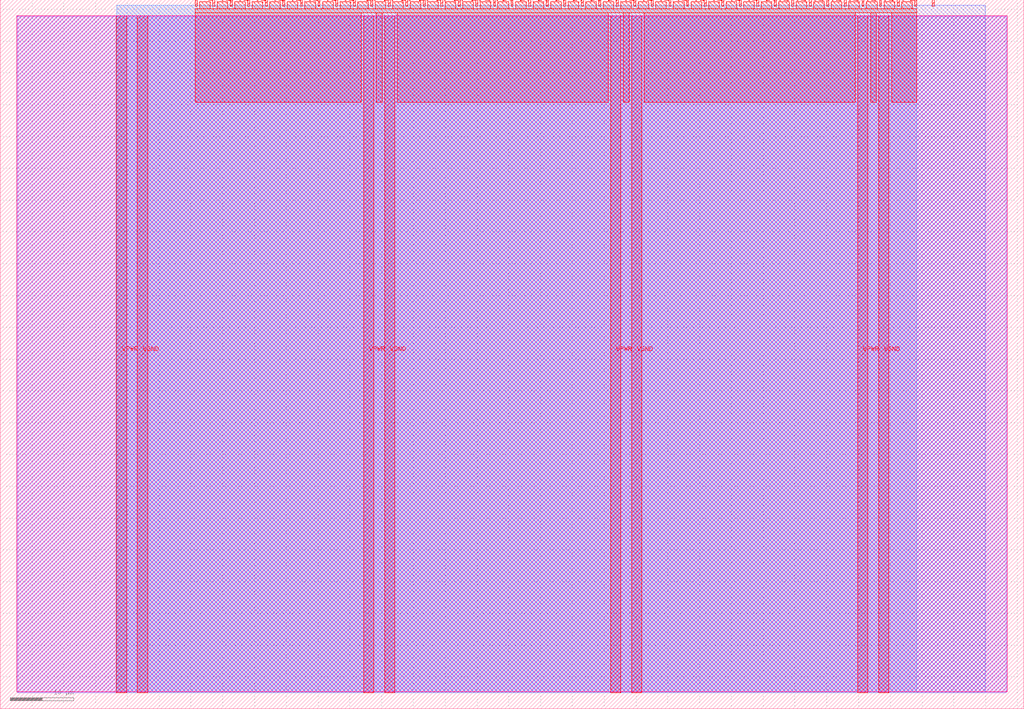
<source format=lef>
VERSION 5.7 ;
  NOWIREEXTENSIONATPIN ON ;
  DIVIDERCHAR "/" ;
  BUSBITCHARS "[]" ;
MACRO tt_um_lsnn_hschweig
  CLASS BLOCK ;
  FOREIGN tt_um_lsnn_hschweig ;
  ORIGIN 0.000 0.000 ;
  SIZE 161.000 BY 111.520 ;
  PIN VGND
    DIRECTION INOUT ;
    USE GROUND ;
    PORT
      LAYER met4 ;
        RECT 21.580 2.480 23.180 109.040 ;
    END
    PORT
      LAYER met4 ;
        RECT 60.450 2.480 62.050 109.040 ;
    END
    PORT
      LAYER met4 ;
        RECT 99.320 2.480 100.920 109.040 ;
    END
    PORT
      LAYER met4 ;
        RECT 138.190 2.480 139.790 109.040 ;
    END
  END VGND
  PIN VPWR
    DIRECTION INOUT ;
    USE POWER ;
    PORT
      LAYER met4 ;
        RECT 18.280 2.480 19.880 109.040 ;
    END
    PORT
      LAYER met4 ;
        RECT 57.150 2.480 58.750 109.040 ;
    END
    PORT
      LAYER met4 ;
        RECT 96.020 2.480 97.620 109.040 ;
    END
    PORT
      LAYER met4 ;
        RECT 134.890 2.480 136.490 109.040 ;
    END
  END VPWR
  PIN clk
    DIRECTION INPUT ;
    USE SIGNAL ;
    ANTENNAGATEAREA 0.852000 ;
    PORT
      LAYER met4 ;
        RECT 143.830 110.520 144.130 111.520 ;
    END
  END clk
  PIN ena
    DIRECTION INPUT ;
    USE SIGNAL ;
    PORT
      LAYER met4 ;
        RECT 146.590 110.520 146.890 111.520 ;
    END
  END ena
  PIN rst_n
    DIRECTION INPUT ;
    USE SIGNAL ;
    ANTENNAGATEAREA 0.196500 ;
    PORT
      LAYER met4 ;
        RECT 141.070 110.520 141.370 111.520 ;
    END
  END rst_n
  PIN ui_in[0]
    DIRECTION INPUT ;
    USE SIGNAL ;
    ANTENNAGATEAREA 0.196500 ;
    PORT
      LAYER met4 ;
        RECT 138.310 110.520 138.610 111.520 ;
    END
  END ui_in[0]
  PIN ui_in[1]
    DIRECTION INPUT ;
    USE SIGNAL ;
    ANTENNAGATEAREA 0.196500 ;
    PORT
      LAYER met4 ;
        RECT 135.550 110.520 135.850 111.520 ;
    END
  END ui_in[1]
  PIN ui_in[2]
    DIRECTION INPUT ;
    USE SIGNAL ;
    ANTENNAGATEAREA 0.196500 ;
    PORT
      LAYER met4 ;
        RECT 132.790 110.520 133.090 111.520 ;
    END
  END ui_in[2]
  PIN ui_in[3]
    DIRECTION INPUT ;
    USE SIGNAL ;
    ANTENNAGATEAREA 0.196500 ;
    PORT
      LAYER met4 ;
        RECT 130.030 110.520 130.330 111.520 ;
    END
  END ui_in[3]
  PIN ui_in[4]
    DIRECTION INPUT ;
    USE SIGNAL ;
    ANTENNAGATEAREA 0.196500 ;
    PORT
      LAYER met4 ;
        RECT 127.270 110.520 127.570 111.520 ;
    END
  END ui_in[4]
  PIN ui_in[5]
    DIRECTION INPUT ;
    USE SIGNAL ;
    ANTENNAGATEAREA 0.196500 ;
    PORT
      LAYER met4 ;
        RECT 124.510 110.520 124.810 111.520 ;
    END
  END ui_in[5]
  PIN ui_in[6]
    DIRECTION INPUT ;
    USE SIGNAL ;
    ANTENNAGATEAREA 0.196500 ;
    PORT
      LAYER met4 ;
        RECT 121.750 110.520 122.050 111.520 ;
    END
  END ui_in[6]
  PIN ui_in[7]
    DIRECTION INPUT ;
    USE SIGNAL ;
    ANTENNAGATEAREA 0.196500 ;
    PORT
      LAYER met4 ;
        RECT 118.990 110.520 119.290 111.520 ;
    END
  END ui_in[7]
  PIN uio_in[0]
    DIRECTION INPUT ;
    USE SIGNAL ;
    ANTENNAGATEAREA 0.196500 ;
    PORT
      LAYER met4 ;
        RECT 116.230 110.520 116.530 111.520 ;
    END
  END uio_in[0]
  PIN uio_in[1]
    DIRECTION INPUT ;
    USE SIGNAL ;
    PORT
      LAYER met4 ;
        RECT 113.470 110.520 113.770 111.520 ;
    END
  END uio_in[1]
  PIN uio_in[2]
    DIRECTION INPUT ;
    USE SIGNAL ;
    PORT
      LAYER met4 ;
        RECT 110.710 110.520 111.010 111.520 ;
    END
  END uio_in[2]
  PIN uio_in[3]
    DIRECTION INPUT ;
    USE SIGNAL ;
    PORT
      LAYER met4 ;
        RECT 107.950 110.520 108.250 111.520 ;
    END
  END uio_in[3]
  PIN uio_in[4]
    DIRECTION INPUT ;
    USE SIGNAL ;
    PORT
      LAYER met4 ;
        RECT 105.190 110.520 105.490 111.520 ;
    END
  END uio_in[4]
  PIN uio_in[5]
    DIRECTION INPUT ;
    USE SIGNAL ;
    PORT
      LAYER met4 ;
        RECT 102.430 110.520 102.730 111.520 ;
    END
  END uio_in[5]
  PIN uio_in[6]
    DIRECTION INPUT ;
    USE SIGNAL ;
    PORT
      LAYER met4 ;
        RECT 99.670 110.520 99.970 111.520 ;
    END
  END uio_in[6]
  PIN uio_in[7]
    DIRECTION INPUT ;
    USE SIGNAL ;
    PORT
      LAYER met4 ;
        RECT 96.910 110.520 97.210 111.520 ;
    END
  END uio_in[7]
  PIN uio_oe[0]
    DIRECTION OUTPUT ;
    USE SIGNAL ;
    PORT
      LAYER met4 ;
        RECT 49.990 110.520 50.290 111.520 ;
    END
  END uio_oe[0]
  PIN uio_oe[1]
    DIRECTION OUTPUT ;
    USE SIGNAL ;
    PORT
      LAYER met4 ;
        RECT 47.230 110.520 47.530 111.520 ;
    END
  END uio_oe[1]
  PIN uio_oe[2]
    DIRECTION OUTPUT ;
    USE SIGNAL ;
    PORT
      LAYER met4 ;
        RECT 44.470 110.520 44.770 111.520 ;
    END
  END uio_oe[2]
  PIN uio_oe[3]
    DIRECTION OUTPUT ;
    USE SIGNAL ;
    PORT
      LAYER met4 ;
        RECT 41.710 110.520 42.010 111.520 ;
    END
  END uio_oe[3]
  PIN uio_oe[4]
    DIRECTION OUTPUT ;
    USE SIGNAL ;
    PORT
      LAYER met4 ;
        RECT 38.950 110.520 39.250 111.520 ;
    END
  END uio_oe[4]
  PIN uio_oe[5]
    DIRECTION OUTPUT ;
    USE SIGNAL ;
    PORT
      LAYER met4 ;
        RECT 36.190 110.520 36.490 111.520 ;
    END
  END uio_oe[5]
  PIN uio_oe[6]
    DIRECTION OUTPUT ;
    USE SIGNAL ;
    PORT
      LAYER met4 ;
        RECT 33.430 110.520 33.730 111.520 ;
    END
  END uio_oe[6]
  PIN uio_oe[7]
    DIRECTION OUTPUT ;
    USE SIGNAL ;
    PORT
      LAYER met4 ;
        RECT 30.670 110.520 30.970 111.520 ;
    END
  END uio_oe[7]
  PIN uio_out[0]
    DIRECTION OUTPUT ;
    USE SIGNAL ;
    ANTENNADIFFAREA 0.445500 ;
    PORT
      LAYER met4 ;
        RECT 72.070 110.520 72.370 111.520 ;
    END
  END uio_out[0]
  PIN uio_out[1]
    DIRECTION OUTPUT ;
    USE SIGNAL ;
    ANTENNAGATEAREA 0.868500 ;
    ANTENNADIFFAREA 0.891000 ;
    PORT
      LAYER met4 ;
        RECT 69.310 110.520 69.610 111.520 ;
    END
  END uio_out[1]
  PIN uio_out[2]
    DIRECTION OUTPUT ;
    USE SIGNAL ;
    ANTENNAGATEAREA 0.373500 ;
    ANTENNADIFFAREA 0.891000 ;
    PORT
      LAYER met4 ;
        RECT 66.550 110.520 66.850 111.520 ;
    END
  END uio_out[2]
  PIN uio_out[3]
    DIRECTION OUTPUT ;
    USE SIGNAL ;
    ANTENNAGATEAREA 0.868500 ;
    ANTENNADIFFAREA 0.891000 ;
    PORT
      LAYER met4 ;
        RECT 63.790 110.520 64.090 111.520 ;
    END
  END uio_out[3]
  PIN uio_out[4]
    DIRECTION OUTPUT ;
    USE SIGNAL ;
    ANTENNAGATEAREA 0.373500 ;
    ANTENNADIFFAREA 0.891000 ;
    PORT
      LAYER met4 ;
        RECT 61.030 110.520 61.330 111.520 ;
    END
  END uio_out[4]
  PIN uio_out[5]
    DIRECTION OUTPUT ;
    USE SIGNAL ;
    ANTENNAGATEAREA 0.373500 ;
    ANTENNADIFFAREA 0.891000 ;
    PORT
      LAYER met4 ;
        RECT 58.270 110.520 58.570 111.520 ;
    END
  END uio_out[5]
  PIN uio_out[6]
    DIRECTION OUTPUT ;
    USE SIGNAL ;
    ANTENNAGATEAREA 0.373500 ;
    ANTENNADIFFAREA 0.891000 ;
    PORT
      LAYER met4 ;
        RECT 55.510 110.520 55.810 111.520 ;
    END
  END uio_out[6]
  PIN uio_out[7]
    DIRECTION OUTPUT ;
    USE SIGNAL ;
    ANTENNAGATEAREA 0.495000 ;
    ANTENNADIFFAREA 0.891000 ;
    PORT
      LAYER met4 ;
        RECT 52.750 110.520 53.050 111.520 ;
    END
  END uio_out[7]
  PIN uo_out[0]
    DIRECTION OUTPUT ;
    USE SIGNAL ;
    ANTENNADIFFAREA 0.795200 ;
    PORT
      LAYER met4 ;
        RECT 94.150 110.520 94.450 111.520 ;
    END
  END uo_out[0]
  PIN uo_out[1]
    DIRECTION OUTPUT ;
    USE SIGNAL ;
    ANTENNADIFFAREA 0.445500 ;
    PORT
      LAYER met4 ;
        RECT 91.390 110.520 91.690 111.520 ;
    END
  END uo_out[1]
  PIN uo_out[2]
    DIRECTION OUTPUT ;
    USE SIGNAL ;
    ANTENNADIFFAREA 0.445500 ;
    PORT
      LAYER met4 ;
        RECT 88.630 110.520 88.930 111.520 ;
    END
  END uo_out[2]
  PIN uo_out[3]
    DIRECTION OUTPUT ;
    USE SIGNAL ;
    ANTENNADIFFAREA 0.445500 ;
    PORT
      LAYER met4 ;
        RECT 85.870 110.520 86.170 111.520 ;
    END
  END uo_out[3]
  PIN uo_out[4]
    DIRECTION OUTPUT ;
    USE SIGNAL ;
    ANTENNADIFFAREA 0.445500 ;
    PORT
      LAYER met4 ;
        RECT 83.110 110.520 83.410 111.520 ;
    END
  END uo_out[4]
  PIN uo_out[5]
    DIRECTION OUTPUT ;
    USE SIGNAL ;
    ANTENNADIFFAREA 0.445500 ;
    PORT
      LAYER met4 ;
        RECT 80.350 110.520 80.650 111.520 ;
    END
  END uo_out[5]
  PIN uo_out[6]
    DIRECTION OUTPUT ;
    USE SIGNAL ;
    ANTENNADIFFAREA 0.445500 ;
    PORT
      LAYER met4 ;
        RECT 77.590 110.520 77.890 111.520 ;
    END
  END uo_out[6]
  PIN uo_out[7]
    DIRECTION OUTPUT ;
    USE SIGNAL ;
    ANTENNAGATEAREA 2.227500 ;
    ANTENNADIFFAREA 1.590400 ;
    PORT
      LAYER met4 ;
        RECT 74.830 110.520 75.130 111.520 ;
    END
  END uo_out[7]
  OBS
      LAYER nwell ;
        RECT 2.570 2.635 158.430 108.990 ;
      LAYER li1 ;
        RECT 2.760 2.635 158.240 108.885 ;
      LAYER met1 ;
        RECT 2.760 2.480 158.240 109.040 ;
      LAYER met2 ;
        RECT 18.310 2.535 154.920 110.685 ;
      LAYER met3 ;
        RECT 18.290 2.555 144.170 110.665 ;
      LAYER met4 ;
        RECT 31.370 110.120 33.030 111.170 ;
        RECT 34.130 110.120 35.790 111.170 ;
        RECT 36.890 110.120 38.550 111.170 ;
        RECT 39.650 110.120 41.310 111.170 ;
        RECT 42.410 110.120 44.070 111.170 ;
        RECT 45.170 110.120 46.830 111.170 ;
        RECT 47.930 110.120 49.590 111.170 ;
        RECT 50.690 110.120 52.350 111.170 ;
        RECT 53.450 110.120 55.110 111.170 ;
        RECT 56.210 110.120 57.870 111.170 ;
        RECT 58.970 110.120 60.630 111.170 ;
        RECT 61.730 110.120 63.390 111.170 ;
        RECT 64.490 110.120 66.150 111.170 ;
        RECT 67.250 110.120 68.910 111.170 ;
        RECT 70.010 110.120 71.670 111.170 ;
        RECT 72.770 110.120 74.430 111.170 ;
        RECT 75.530 110.120 77.190 111.170 ;
        RECT 78.290 110.120 79.950 111.170 ;
        RECT 81.050 110.120 82.710 111.170 ;
        RECT 83.810 110.120 85.470 111.170 ;
        RECT 86.570 110.120 88.230 111.170 ;
        RECT 89.330 110.120 90.990 111.170 ;
        RECT 92.090 110.120 93.750 111.170 ;
        RECT 94.850 110.120 96.510 111.170 ;
        RECT 97.610 110.120 99.270 111.170 ;
        RECT 100.370 110.120 102.030 111.170 ;
        RECT 103.130 110.120 104.790 111.170 ;
        RECT 105.890 110.120 107.550 111.170 ;
        RECT 108.650 110.120 110.310 111.170 ;
        RECT 111.410 110.120 113.070 111.170 ;
        RECT 114.170 110.120 115.830 111.170 ;
        RECT 116.930 110.120 118.590 111.170 ;
        RECT 119.690 110.120 121.350 111.170 ;
        RECT 122.450 110.120 124.110 111.170 ;
        RECT 125.210 110.120 126.870 111.170 ;
        RECT 127.970 110.120 129.630 111.170 ;
        RECT 130.730 110.120 132.390 111.170 ;
        RECT 133.490 110.120 135.150 111.170 ;
        RECT 136.250 110.120 137.910 111.170 ;
        RECT 139.010 110.120 140.670 111.170 ;
        RECT 141.770 110.120 143.430 111.170 ;
        RECT 30.655 109.440 144.145 110.120 ;
        RECT 30.655 95.375 56.750 109.440 ;
        RECT 59.150 95.375 60.050 109.440 ;
        RECT 62.450 95.375 95.620 109.440 ;
        RECT 98.020 95.375 98.920 109.440 ;
        RECT 101.320 95.375 134.490 109.440 ;
        RECT 136.890 95.375 137.790 109.440 ;
        RECT 140.190 95.375 144.145 109.440 ;
  END
END tt_um_lsnn_hschweig
END LIBRARY


</source>
